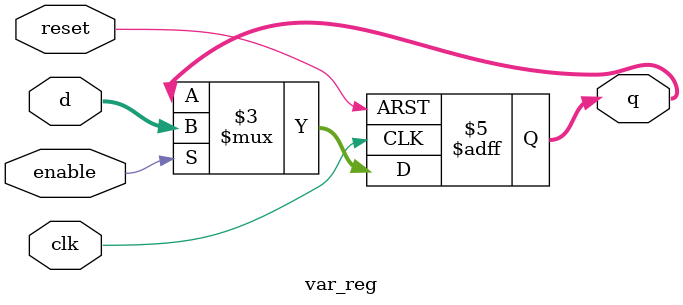
<source format=v>
module var_reg(d, clk, enable, q, reset);
	parameter LEN = 8;

	input[LEN-1:0] d;
	output reg[LEN-1:0] q;
	input clk, reset, enable;
	
	always @(posedge clk or posedge reset) begin
		
		if (reset) begin
			q <= 0;
		end else begin
			if (enable) begin
				q <= d;
			end else begin
				q <= q;
			end
		end
	end

endmodule
</source>
